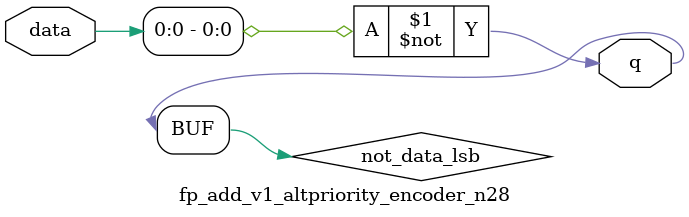
<source format=v>
module fp_add_v1_altpriority_encoder_n28 (
	data,
	q
);
	input [1:0] data;
	output [0:0] q;
	wire not_data_lsb;
	
	assign not_data_lsb = ~data[0];	
	assign q = not_data_lsb;
endmodule
</source>
